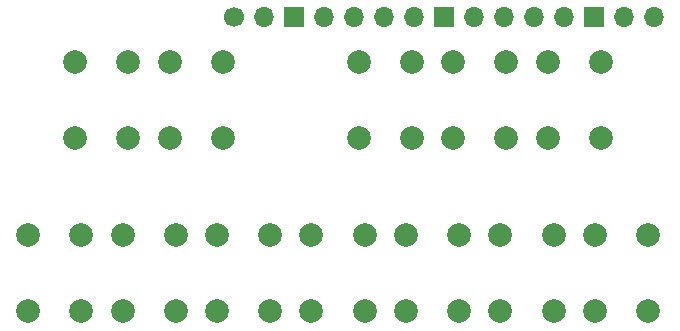
<source format=gbr>
%TF.GenerationSoftware,KiCad,Pcbnew,(6.0.6)*%
%TF.CreationDate,2022-08-01T20:58:33-04:00*%
%TF.ProjectId,piano_keypad,7069616e-6f5f-46b6-9579-7061642e6b69,rev?*%
%TF.SameCoordinates,Original*%
%TF.FileFunction,Soldermask,Top*%
%TF.FilePolarity,Negative*%
%FSLAX46Y46*%
G04 Gerber Fmt 4.6, Leading zero omitted, Abs format (unit mm)*
G04 Created by KiCad (PCBNEW (6.0.6)) date 2022-08-01 20:58:33*
%MOMM*%
%LPD*%
G01*
G04 APERTURE LIST*
%ADD10C,2.000000*%
%ADD11C,1.700000*%
%ADD12O,1.700000X1.700000*%
%ADD13R,1.700000X1.700000*%
G04 APERTURE END LIST*
D10*
%TO.C,SW3*%
X98850000Y-63730000D03*
X98850000Y-57230000D03*
X103350000Y-57230000D03*
X103350000Y-63730000D03*
%TD*%
D11*
%TO.C,J1*%
X76325000Y-38840000D03*
D12*
X78865000Y-38840000D03*
D13*
X81405000Y-38840000D03*
D12*
X83945000Y-38840000D03*
X86485000Y-38840000D03*
X89025000Y-38840000D03*
X91565000Y-38840000D03*
D13*
X94105000Y-38840000D03*
D12*
X96645000Y-38840000D03*
X99185000Y-38840000D03*
X101725000Y-38840000D03*
X104265000Y-38840000D03*
D13*
X106805000Y-38840000D03*
D12*
X109345000Y-38840000D03*
X111885000Y-38840000D03*
%TD*%
D10*
%TO.C,SW1*%
X106850000Y-63730000D03*
X106850000Y-57230000D03*
X111350000Y-57230000D03*
X111350000Y-63730000D03*
%TD*%
%TO.C,SW2*%
X102850000Y-42590000D03*
X102850000Y-49090000D03*
X107350000Y-49090000D03*
X107350000Y-42590000D03*
%TD*%
%TO.C,SW8*%
X74850000Y-57230000D03*
X74850000Y-63730000D03*
X79350000Y-57230000D03*
X79350000Y-63730000D03*
%TD*%
%TO.C,SW9*%
X70850000Y-49090000D03*
X70850000Y-42590000D03*
X75350000Y-42590000D03*
X75350000Y-49090000D03*
%TD*%
%TO.C,SW12*%
X58850000Y-57230000D03*
X58850000Y-63730000D03*
X63350000Y-57230000D03*
X63350000Y-63730000D03*
%TD*%
%TO.C,SW5*%
X90850000Y-57230000D03*
X90850000Y-63730000D03*
X95350000Y-63730000D03*
X95350000Y-57230000D03*
%TD*%
%TO.C,SW6*%
X86850000Y-42590000D03*
X86850000Y-49090000D03*
X91350000Y-49090000D03*
X91350000Y-42590000D03*
%TD*%
%TO.C,SW11*%
X62850000Y-42590000D03*
X62850000Y-49090000D03*
X67350000Y-42590000D03*
X67350000Y-49090000D03*
%TD*%
%TO.C,SW7*%
X82850000Y-63730000D03*
X82850000Y-57230000D03*
X87350000Y-63730000D03*
X87350000Y-57230000D03*
%TD*%
%TO.C,SW4*%
X94850000Y-49090000D03*
X94850000Y-42590000D03*
X99350000Y-42590000D03*
X99350000Y-49090000D03*
%TD*%
%TO.C,SW10*%
X66850000Y-57230000D03*
X66850000Y-63730000D03*
X71350000Y-57230000D03*
X71350000Y-63730000D03*
%TD*%
M02*

</source>
